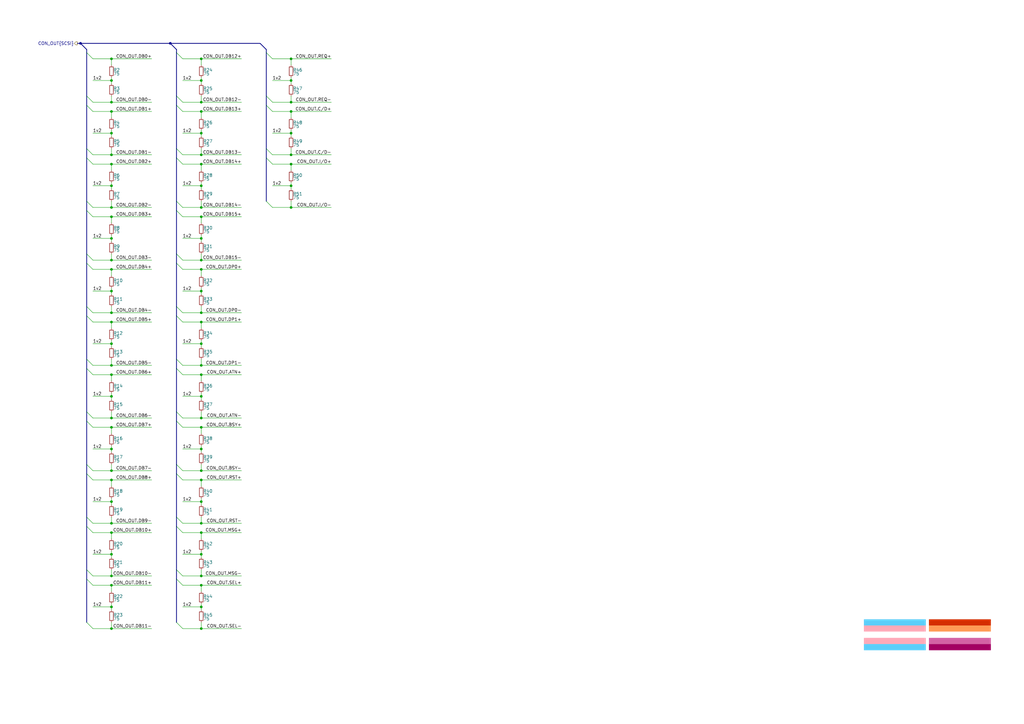
<source format=kicad_sch>
(kicad_sch (version 20231120) (generator "eeschema") (generator_version "8.0")
  (paper "A3")
  (title_block (date "2024-07-15") (rev "1") (company "Shrine Maiden Heavy Industries") (comment 1 "License:  CERN-OHL-S") (comment 2 "© 2024 Aki 'lethalbit' Van Ness, et. al.") (comment 4 "Squishy - SCSI Multitool"))
  (lib_symbols
    (symbol "Device:R_Small" (pin_numbers hide) (pin_names (offset 0.254) hide)
      (property "Reference" "R" (at 0.762 0.508 0))
      (property "Value" "R_Small" (at 0.762 -1.016 0))
      (symbol "R_Small_0_1"
        (rectangle (start -0.762 1.778) (end 0.762 -1.778) (stroke (width 0.2032)))
      )
      (symbol "R_Small_1_1"
        (pin passive line (at 0 2.54 270) (length 0.762) (name "~") (number "1"))
        (pin passive line (at 0 -2.54 90) (length 0.762) (name "~") (number "2"))
      )
    )
    (symbol "lethalbit-graphics:lesbian flag" (pin_numbers hide) (pin_names (offset 0) hide) (in_bom no) (on_board no)
      (symbol "lesbian flag_1_1"
        (rectangle (start -12.7 -3.81) (end 12.7 -6.35) (stroke (width -0.0001)) (fill (type color) (color 163 2 98 1)))
        (rectangle (start -12.7 -1.27) (end 12.7 -3.81) (stroke (width -0.0001)) (fill (type color) (color 211 98 164 1)))
        (rectangle (start -12.7 1.27) (end 12.7 -1.27) (stroke (width -0.0001)) (fill (type color) (color 255 255 255 1)))
        (rectangle (start -12.7 3.81) (end 12.7 1.27) (stroke (width -0.0001)) (fill (type color) (color 255 154 86 1)))
        (rectangle (start -12.7 6.35) (end 12.7 3.81) (stroke (width -0.0001)) (fill (type color) (color 213 45 0 1)))
      )
    )
    (symbol "lethalbit-graphics:trans flag" (pin_numbers hide) (pin_names (offset 0) hide) (in_bom no) (on_board no)
      (symbol "trans flag_1_1"
        (rectangle (start -12.7 -3.81) (end 12.7 -6.35) (stroke (width -0.0001)) (fill (type color) (color 91 206 250 1)))
        (rectangle (start -12.7 -1.27) (end 12.7 -3.81) (stroke (width -0.0001)) (fill (type color) (color 254 169 184 1)))
        (rectangle (start -12.7 1.27) (end 12.7 -1.27) (stroke (width -0.0001)) (fill (type color) (color 255 255 255 1)))
        (rectangle (start -12.7 3.81) (end 12.7 1.27) (stroke (width -0.0001)) (fill (type color) (color 254 169 184 1)))
        (rectangle (start -12.7 6.35) (end 12.7 3.81) (stroke (width -0.0001)) (fill (type color) (color 91 206 250 1)))
      )
    )
  )
  (junction (at 82.55 227.33))
  (junction (at 119.38 67.31))
  (junction (at 45.72 41.91))
  (junction (at 82.55 54.61))
  (junction (at 119.38 85.09))
  (junction (at 82.55 63.5))
  (junction (at 45.72 193.04))
  (junction (at 82.55 24.13))
  (junction (at 119.38 45.72))
  (junction (at 45.72 54.61))
  (junction (at 45.72 97.79))
  (junction (at 82.55 132.08))
  (junction (at 119.38 54.61))
  (junction (at 82.55 140.97))
  (junction (at 82.55 193.04))
  (junction (at 82.55 236.22))
  (junction (at 45.72 110.49))
  (junction (at 45.72 196.85))
  (junction (at 45.72 248.92))
  (junction (at 82.55 85.09))
  (junction (at 82.55 214.63))
  (junction (at 45.72 119.38))
  (junction (at 45.72 205.74))
  (junction (at 33.02 17.78))
  (junction (at 45.72 171.45))
  (junction (at 45.72 85.09))
  (junction (at 82.55 184.15))
  (junction (at 119.38 76.2))
  (junction (at 119.38 33.02))
  (junction (at 45.72 24.13))
  (junction (at 82.55 196.85))
  (junction (at 82.55 171.45))
  (junction (at 45.72 153.67))
  (junction (at 45.72 184.15))
  (junction (at 45.72 76.2))
  (junction (at 82.55 88.9))
  (junction (at 82.55 149.86))
  (junction (at 45.72 67.31))
  (junction (at 45.72 175.26))
  (junction (at 82.55 67.31))
  (junction (at 82.55 106.68))
  (junction (at 82.55 257.81))
  (junction (at 45.72 227.33))
  (junction (at 82.55 76.2))
  (junction (at 45.72 128.27))
  (junction (at 82.55 162.56))
  (junction (at 82.55 240.03))
  (junction (at 45.72 162.56))
  (junction (at 82.55 205.74))
  (junction (at 45.72 33.02))
  (junction (at 119.38 24.13))
  (junction (at 45.72 218.44))
  (junction (at 45.72 149.86))
  (junction (at 69.85 17.78))
  (junction (at 82.55 97.79))
  (junction (at 45.72 106.68))
  (junction (at 45.72 45.72))
  (junction (at 82.55 33.02))
  (junction (at 82.55 153.67))
  (junction (at 82.55 41.91))
  (junction (at 82.55 119.38))
  (junction (at 45.72 236.22))
  (junction (at 45.72 214.63))
  (junction (at 82.55 218.44))
  (junction (at 119.38 41.91))
  (junction (at 45.72 132.08))
  (junction (at 45.72 140.97))
  (junction (at 82.55 45.72))
  (junction (at 82.55 175.26))
  (junction (at 82.55 110.49))
  (junction (at 82.55 128.27))
  (junction (at 45.72 88.9))
  (junction (at 82.55 248.92))
  (junction (at 45.72 240.03))
  (junction (at 45.72 257.81))
  (junction (at 45.72 63.5))
  (junction (at 119.38 63.5))
  (bus_entry (at 72.39 60.96) (size 2.54 2.54))
  (bus_entry (at 72.39 21.59) (size 2.54 2.54))
  (bus_entry (at 72.39 194.31) (size 2.54 2.54))
  (bus_entry (at 72.39 215.9) (size 2.54 2.54))
  (bus_entry (at 35.56 43.18) (size 2.54 2.54))
  (bus_entry (at 35.56 255.27) (size 2.54 2.54))
  (bus_entry (at 35.56 64.77) (size 2.54 2.54))
  (bus_entry (at 35.56 60.96) (size 2.54 2.54))
  (bus_entry (at 72.39 237.49) (size 2.54 2.54))
  (bus_entry (at 72.39 129.54) (size 2.54 2.54))
  (bus_entry (at 109.22 43.18) (size 2.54 2.54))
  (bus_entry (at 72.39 39.37) (size 2.54 2.54))
  (bus_entry (at 109.22 21.59) (size 2.54 2.54))
  (bus_entry (at 72.39 151.13) (size 2.54 2.54))
  (bus_entry (at 35.56 104.14) (size 2.54 2.54))
  (bus_entry (at 72.39 255.27) (size 2.54 2.54))
  (bus_entry (at 72.39 82.55) (size 2.54 2.54))
  (bus_entry (at 35.56 39.37) (size 2.54 2.54))
  (bus_entry (at 72.39 172.72) (size 2.54 2.54))
  (bus_entry (at 35.56 215.9) (size 2.54 2.54))
  (bus_entry (at 35.56 168.91) (size 2.54 2.54))
  (bus_entry (at 35.56 233.68) (size 2.54 2.54))
  (bus_entry (at 109.22 64.77) (size 2.54 2.54))
  (bus_entry (at 72.39 212.09) (size 2.54 2.54))
  (bus_entry (at 109.22 82.55) (size 2.54 2.54))
  (bus_entry (at 35.56 151.13) (size 2.54 2.54))
  (bus_entry (at 35.56 212.09) (size 2.54 2.54))
  (bus_entry (at 35.56 147.32) (size 2.54 2.54))
  (bus_entry (at 35.56 107.95) (size 2.54 2.54))
  (bus_entry (at 35.56 190.5) (size 2.54 2.54))
  (bus_entry (at 109.22 39.37) (size 2.54 2.54))
  (bus_entry (at 35.56 172.72) (size 2.54 2.54))
  (bus_entry (at 35.56 194.31) (size 2.54 2.54))
  (bus_entry (at 72.39 190.5) (size 2.54 2.54))
  (bus_entry (at 35.56 86.36) (size 2.54 2.54))
  (bus_entry (at 35.56 129.54) (size 2.54 2.54))
  (bus_entry (at 72.39 104.14) (size 2.54 2.54))
  (bus_entry (at 35.56 21.59) (size 2.54 2.54))
  (bus_entry (at 72.39 107.95) (size 2.54 2.54))
  (bus_entry (at 72.39 168.91) (size 2.54 2.54))
  (bus_entry (at 35.56 82.55) (size 2.54 2.54))
  (bus_entry (at 72.39 64.77) (size 2.54 2.54))
  (bus_entry (at 35.56 237.49) (size 2.54 2.54))
  (bus_entry (at 72.39 43.18) (size 2.54 2.54))
  (bus_entry (at 35.56 125.73) (size 2.54 2.54))
  (bus_entry (at 72.39 147.32) (size 2.54 2.54))
  (bus_entry (at 72.39 86.36) (size 2.54 2.54))
  (bus_entry (at 72.39 233.68) (size 2.54 2.54))
  (bus_entry (at 72.39 125.73) (size 2.54 2.54))
  (bus_entry (at 109.22 60.96) (size 2.54 2.54))
  (bus (pts (xy 33.02 17.78) (xy 69.85 17.78)))
  (wire (pts (xy 74.93 88.9) (xy 82.55 88.9)))
  (wire (pts (xy 82.55 196.85) (xy 99.06 196.85)))
  (bus (pts (xy 35.56 168.91) (xy 35.56 172.72)))
  (wire (pts (xy 82.55 53.34) (xy 82.55 54.61)))
  (bus (pts (xy 35.56 172.72) (xy 35.56 190.5)))
  (wire (pts (xy 82.55 125.73) (xy 82.55 128.27)))
  (bus (pts (xy 35.56 151.13) (xy 35.56 168.91)))
  (wire (pts (xy 111.76 54.61) (xy 119.38 54.61)))
  (wire (pts (xy 82.55 24.13) (xy 99.06 24.13)))
  (bus (pts (xy 109.22 60.96) (xy 109.22 64.77)))
  (wire (pts (xy 82.55 54.61) (xy 82.55 55.88)))
  (wire (pts (xy 119.38 39.37) (xy 119.38 41.91)))
  (wire (pts (xy 45.72 227.33) (xy 45.72 228.6)))
  (wire (pts (xy 82.55 175.26) (xy 82.55 177.8)))
  (wire (pts (xy 45.72 54.61) (xy 45.72 55.88)))
  (bus (pts (xy 31.75 17.78) (xy 33.02 17.78)))
  (wire (pts (xy 111.76 33.02) (xy 119.38 33.02)))
  (wire (pts (xy 45.72 110.49) (xy 45.72 113.03)))
  (wire (pts (xy 74.93 110.49) (xy 82.55 110.49)))
  (wire (pts (xy 45.72 31.75) (xy 45.72 33.02)))
  (wire (pts (xy 82.55 39.37) (xy 82.55 41.91)))
  (wire (pts (xy 82.55 204.47) (xy 82.55 205.74)))
  (wire (pts (xy 74.93 236.22) (xy 82.55 236.22)))
  (wire (pts (xy 74.93 149.86) (xy 82.55 149.86)))
  (wire (pts (xy 45.72 226.06) (xy 45.72 227.33)))
  (wire (pts (xy 45.72 139.7) (xy 45.72 140.97)))
  (bus (pts (xy 35.56 147.32) (xy 35.56 151.13)))
  (wire (pts (xy 82.55 214.63) (xy 99.06 214.63)))
  (wire (pts (xy 74.93 196.85) (xy 82.55 196.85)))
  (wire (pts (xy 119.38 76.2) (xy 119.38 77.47)))
  (wire (pts (xy 82.55 33.02) (xy 82.55 34.29)))
  (wire (pts (xy 111.76 63.5) (xy 119.38 63.5)))
  (wire (pts (xy 45.72 236.22) (xy 62.23 236.22)))
  (wire (pts (xy 38.1 119.38) (xy 45.72 119.38)))
  (wire (pts (xy 45.72 63.5) (xy 62.23 63.5)))
  (wire (pts (xy 45.72 162.56) (xy 45.72 163.83)))
  (wire (pts (xy 45.72 67.31) (xy 45.72 69.85)))
  (wire (pts (xy 82.55 162.56) (xy 82.55 163.83)))
  (wire (pts (xy 82.55 96.52) (xy 82.55 97.79)))
  (wire (pts (xy 45.72 88.9) (xy 62.23 88.9)))
  (bus (pts (xy 35.56 86.36) (xy 35.56 104.14)))
  (wire (pts (xy 111.76 41.91) (xy 119.38 41.91)))
  (bus (pts (xy 33.02 17.78) (xy 35.56 20.32)))
  (wire (pts (xy 38.1 67.31) (xy 45.72 67.31)))
  (wire (pts (xy 45.72 74.93) (xy 45.72 76.2)))
  (wire (pts (xy 45.72 76.2) (xy 45.72 77.47)))
  (wire (pts (xy 74.93 140.97) (xy 82.55 140.97)))
  (bus (pts (xy 72.39 39.37) (xy 72.39 43.18)))
  (wire (pts (xy 45.72 233.68) (xy 45.72 236.22)))
  (wire (pts (xy 38.1 41.91) (xy 45.72 41.91)))
  (wire (pts (xy 45.72 110.49) (xy 62.23 110.49)))
  (wire (pts (xy 82.55 168.91) (xy 82.55 171.45)))
  (bus (pts (xy 72.39 194.31) (xy 72.39 212.09)))
  (wire (pts (xy 74.93 175.26) (xy 82.55 175.26)))
  (bus (pts (xy 35.56 212.09) (xy 35.56 215.9)))
  (wire (pts (xy 38.1 175.26) (xy 45.72 175.26)))
  (wire (pts (xy 45.72 153.67) (xy 62.23 153.67)))
  (wire (pts (xy 74.93 171.45) (xy 82.55 171.45)))
  (wire (pts (xy 82.55 132.08) (xy 82.55 134.62)))
  (bus (pts (xy 109.22 39.37) (xy 109.22 43.18)))
  (wire (pts (xy 82.55 118.11) (xy 82.55 119.38)))
  (wire (pts (xy 82.55 161.29) (xy 82.55 162.56)))
  (wire (pts (xy 119.38 54.61) (xy 119.38 55.88)))
  (wire (pts (xy 82.55 45.72) (xy 99.06 45.72)))
  (bus (pts (xy 109.22 21.59) (xy 109.22 39.37)))
  (wire (pts (xy 119.38 74.93) (xy 119.38 76.2)))
  (wire (pts (xy 45.72 24.13) (xy 45.72 26.67)))
  (wire (pts (xy 82.55 240.03) (xy 82.55 242.57)))
  (bus (pts (xy 72.39 21.59) (xy 72.39 39.37)))
  (wire (pts (xy 45.72 171.45) (xy 62.23 171.45)))
  (wire (pts (xy 45.72 248.92) (xy 45.72 250.19)))
  (wire (pts (xy 45.72 182.88) (xy 45.72 184.15)))
  (wire (pts (xy 45.72 184.15) (xy 45.72 185.42)))
  (wire (pts (xy 82.55 147.32) (xy 82.55 149.86)))
  (wire (pts (xy 82.55 240.03) (xy 99.06 240.03)))
  (bus (pts (xy 72.39 168.91) (xy 72.39 172.72)))
  (bus (pts (xy 72.39 60.96) (xy 72.39 64.77)))
  (wire (pts (xy 119.38 82.55) (xy 119.38 85.09)))
  (bus (pts (xy 109.22 20.32) (xy 106.68 17.78)))
  (wire (pts (xy 45.72 168.91) (xy 45.72 171.45)))
  (wire (pts (xy 111.76 76.2) (xy 119.38 76.2)))
  (wire (pts (xy 119.38 24.13) (xy 119.38 26.67)))
  (wire (pts (xy 119.38 67.31) (xy 135.89 67.31)))
  (wire (pts (xy 111.76 67.31) (xy 119.38 67.31)))
  (wire (pts (xy 38.1 54.61) (xy 45.72 54.61)))
  (wire (pts (xy 74.93 248.92) (xy 82.55 248.92)))
  (wire (pts (xy 45.72 85.09) (xy 62.23 85.09)))
  (bus (pts (xy 35.56 237.49) (xy 35.56 255.27)))
  (wire (pts (xy 82.55 227.33) (xy 82.55 228.6)))
  (bus (pts (xy 72.39 237.49) (xy 72.39 255.27)))
  (wire (pts (xy 74.93 24.13) (xy 82.55 24.13)))
  (wire (pts (xy 119.38 53.34) (xy 119.38 54.61)))
  (bus (pts (xy 35.56 104.14) (xy 35.56 107.95)))
  (bus (pts (xy 35.56 64.77) (xy 35.56 82.55)))
  (wire (pts (xy 45.72 190.5) (xy 45.72 193.04)))
  (bus (pts (xy 72.39 20.32) (xy 69.85 17.78)))
  (wire (pts (xy 82.55 110.49) (xy 99.06 110.49)))
  (wire (pts (xy 45.72 132.08) (xy 62.23 132.08)))
  (bus (pts (xy 72.39 215.9) (xy 72.39 233.68)))
  (wire (pts (xy 45.72 247.65) (xy 45.72 248.92)))
  (bus (pts (xy 69.85 17.78) (xy 106.68 17.78)))
  (wire (pts (xy 82.55 218.44) (xy 99.06 218.44)))
  (bus (pts (xy 72.39 151.13) (xy 72.39 168.91)))
  (wire (pts (xy 45.72 257.81) (xy 62.23 257.81)))
  (wire (pts (xy 82.55 88.9) (xy 99.06 88.9)))
  (wire (pts (xy 45.72 60.96) (xy 45.72 63.5)))
  (wire (pts (xy 119.38 45.72) (xy 135.89 45.72)))
  (wire (pts (xy 38.1 76.2) (xy 45.72 76.2)))
  (wire (pts (xy 38.1 106.68) (xy 45.72 106.68)))
  (wire (pts (xy 82.55 247.65) (xy 82.55 248.92)))
  (wire (pts (xy 38.1 88.9) (xy 45.72 88.9)))
  (wire (pts (xy 82.55 74.93) (xy 82.55 76.2)))
  (bus (pts (xy 35.56 194.31) (xy 35.56 212.09)))
  (bus (pts (xy 35.56 82.55) (xy 35.56 86.36)))
  (bus (pts (xy 72.39 64.77) (xy 72.39 82.55)))
  (bus (pts (xy 72.39 43.18) (xy 72.39 60.96)))
  (wire (pts (xy 38.1 140.97) (xy 45.72 140.97)))
  (bus (pts (xy 72.39 233.68) (xy 72.39 237.49)))
  (bus (pts (xy 35.56 43.18) (xy 35.56 60.96)))
  (wire (pts (xy 38.1 149.86) (xy 45.72 149.86)))
  (wire (pts (xy 38.1 248.92) (xy 45.72 248.92)))
  (wire (pts (xy 74.93 45.72) (xy 82.55 45.72)))
  (wire (pts (xy 74.93 106.68) (xy 82.55 106.68)))
  (bus (pts (xy 109.22 64.77) (xy 109.22 82.55)))
  (bus (pts (xy 35.56 60.96) (xy 35.56 64.77)))
  (wire (pts (xy 119.38 33.02) (xy 119.38 34.29)))
  (wire (pts (xy 119.38 24.13) (xy 135.89 24.13)))
  (wire (pts (xy 45.72 212.09) (xy 45.72 214.63)))
  (wire (pts (xy 82.55 196.85) (xy 82.55 199.39)))
  (wire (pts (xy 45.72 204.47) (xy 45.72 205.74)))
  (wire (pts (xy 45.72 218.44) (xy 45.72 220.98)))
  (wire (pts (xy 82.55 24.13) (xy 82.55 26.67)))
  (wire (pts (xy 45.72 214.63) (xy 62.23 214.63)))
  (wire (pts (xy 74.93 227.33) (xy 82.55 227.33)))
  (wire (pts (xy 74.93 97.79) (xy 82.55 97.79)))
  (bus (pts (xy 72.39 129.54) (xy 72.39 147.32)))
  (wire (pts (xy 74.93 33.02) (xy 82.55 33.02)))
  (wire (pts (xy 45.72 96.52) (xy 45.72 97.79)))
  (wire (pts (xy 74.93 63.5) (xy 82.55 63.5)))
  (wire (pts (xy 45.72 149.86) (xy 62.23 149.86)))
  (wire (pts (xy 82.55 106.68) (xy 99.06 106.68)))
  (bus (pts (xy 72.39 125.73) (xy 72.39 129.54)))
  (wire (pts (xy 119.38 60.96) (xy 119.38 63.5)))
  (wire (pts (xy 74.93 76.2) (xy 82.55 76.2)))
  (wire (pts (xy 74.93 218.44) (xy 82.55 218.44)))
  (wire (pts (xy 82.55 184.15) (xy 82.55 185.42)))
  (wire (pts (xy 82.55 67.31) (xy 99.06 67.31)))
  (wire (pts (xy 45.72 161.29) (xy 45.72 162.56)))
  (wire (pts (xy 45.72 53.34) (xy 45.72 54.61)))
  (wire (pts (xy 82.55 119.38) (xy 82.55 120.65)))
  (wire (pts (xy 45.72 118.11) (xy 45.72 119.38)))
  (wire (pts (xy 82.55 132.08) (xy 99.06 132.08)))
  (wire (pts (xy 38.1 184.15) (xy 45.72 184.15)))
  (wire (pts (xy 82.55 149.86) (xy 99.06 149.86)))
  (wire (pts (xy 45.72 33.02) (xy 45.72 34.29)))
  (wire (pts (xy 38.1 193.04) (xy 45.72 193.04)))
  (wire (pts (xy 74.93 67.31) (xy 82.55 67.31)))
  (wire (pts (xy 82.55 205.74) (xy 82.55 207.01)))
  (bus (pts (xy 35.56 20.32) (xy 35.56 21.59)))
  (wire (pts (xy 82.55 193.04) (xy 99.06 193.04)))
  (wire (pts (xy 82.55 153.67) (xy 99.06 153.67)))
  (wire (pts (xy 45.72 193.04) (xy 62.23 193.04)))
  (bus (pts (xy 109.22 43.18) (xy 109.22 60.96)))
  (wire (pts (xy 82.55 236.22) (xy 99.06 236.22)))
  (wire (pts (xy 38.1 240.03) (xy 45.72 240.03)))
  (wire (pts (xy 82.55 88.9) (xy 82.55 91.44)))
  (wire (pts (xy 82.55 45.72) (xy 82.55 48.26)))
  (wire (pts (xy 82.55 218.44) (xy 82.55 220.98)))
  (wire (pts (xy 82.55 63.5) (xy 99.06 63.5)))
  (wire (pts (xy 82.55 104.14) (xy 82.55 106.68)))
  (wire (pts (xy 45.72 45.72) (xy 62.23 45.72)))
  (bus (pts (xy 35.56 215.9) (xy 35.56 233.68)))
  (wire (pts (xy 38.1 214.63) (xy 45.72 214.63)))
  (bus (pts (xy 72.39 104.14) (xy 72.39 107.95)))
  (wire (pts (xy 82.55 153.67) (xy 82.55 156.21)))
  (wire (pts (xy 45.72 140.97) (xy 45.72 142.24)))
  (wire (pts (xy 82.55 233.68) (xy 82.55 236.22)))
  (bus (pts (xy 35.56 39.37) (xy 35.56 43.18)))
  (wire (pts (xy 74.93 54.61) (xy 82.55 54.61)))
  (wire (pts (xy 38.1 128.27) (xy 45.72 128.27)))
  (wire (pts (xy 45.72 128.27) (xy 62.23 128.27)))
  (bus (pts (xy 72.39 172.72) (xy 72.39 190.5)))
  (wire (pts (xy 45.72 255.27) (xy 45.72 257.81)))
  (bus (pts (xy 35.56 129.54) (xy 35.56 147.32)))
  (wire (pts (xy 74.93 205.74) (xy 82.55 205.74)))
  (wire (pts (xy 82.55 67.31) (xy 82.55 69.85)))
  (wire (pts (xy 38.1 45.72) (xy 45.72 45.72)))
  (wire (pts (xy 74.93 240.03) (xy 82.55 240.03)))
  (bus (pts (xy 35.56 107.95) (xy 35.56 125.73)))
  (bus (pts (xy 72.39 190.5) (xy 72.39 194.31)))
  (wire (pts (xy 45.72 175.26) (xy 62.23 175.26)))
  (wire (pts (xy 38.1 97.79) (xy 45.72 97.79)))
  (wire (pts (xy 119.38 31.75) (xy 119.38 33.02)))
  (wire (pts (xy 82.55 175.26) (xy 99.06 175.26)))
  (bus (pts (xy 35.56 125.73) (xy 35.56 129.54)))
  (wire (pts (xy 82.55 255.27) (xy 82.55 257.81)))
  (wire (pts (xy 45.72 88.9) (xy 45.72 91.44)))
  (wire (pts (xy 82.55 140.97) (xy 82.55 142.24)))
  (wire (pts (xy 45.72 125.73) (xy 45.72 128.27)))
  (wire (pts (xy 45.72 41.91) (xy 62.23 41.91)))
  (wire (pts (xy 45.72 119.38) (xy 45.72 120.65)))
  (wire (pts (xy 82.55 190.5) (xy 82.55 193.04)))
  (wire (pts (xy 82.55 82.55) (xy 82.55 85.09)))
  (wire (pts (xy 82.55 97.79) (xy 82.55 99.06)))
  (wire (pts (xy 82.55 41.91) (xy 99.06 41.91)))
  (wire (pts (xy 38.1 24.13) (xy 45.72 24.13)))
  (wire (pts (xy 45.72 82.55) (xy 45.72 85.09)))
  (bus (pts (xy 72.39 82.55) (xy 72.39 86.36)))
  (wire (pts (xy 82.55 60.96) (xy 82.55 63.5)))
  (wire (pts (xy 82.55 110.49) (xy 82.55 113.03)))
  (wire (pts (xy 38.1 205.74) (xy 45.72 205.74)))
  (wire (pts (xy 119.38 41.91) (xy 135.89 41.91)))
  (wire (pts (xy 38.1 236.22) (xy 45.72 236.22)))
  (wire (pts (xy 74.93 214.63) (xy 82.55 214.63)))
  (wire (pts (xy 82.55 257.81) (xy 99.06 257.81)))
  (wire (pts (xy 38.1 110.49) (xy 45.72 110.49)))
  (wire (pts (xy 45.72 132.08) (xy 45.72 134.62)))
  (wire (pts (xy 45.72 196.85) (xy 62.23 196.85)))
  (wire (pts (xy 82.55 182.88) (xy 82.55 184.15)))
  (wire (pts (xy 82.55 248.92) (xy 82.55 250.19)))
  (wire (pts (xy 82.55 226.06) (xy 82.55 227.33)))
  (wire (pts (xy 74.93 128.27) (xy 82.55 128.27)))
  (wire (pts (xy 82.55 212.09) (xy 82.55 214.63)))
  (bus (pts (xy 35.56 233.68) (xy 35.56 237.49)))
  (wire (pts (xy 45.72 205.74) (xy 45.72 207.01)))
  (wire (pts (xy 119.38 45.72) (xy 119.38 48.26)))
  (wire (pts (xy 82.55 128.27) (xy 99.06 128.27)))
  (bus (pts (xy 72.39 212.09) (xy 72.39 215.9)))
  (wire (pts (xy 82.55 139.7) (xy 82.55 140.97)))
  (wire (pts (xy 74.93 193.04) (xy 82.55 193.04)))
  (wire (pts (xy 82.55 31.75) (xy 82.55 33.02)))
  (wire (pts (xy 119.38 67.31) (xy 119.38 69.85)))
  (wire (pts (xy 38.1 196.85) (xy 45.72 196.85)))
  (wire (pts (xy 74.93 153.67) (xy 82.55 153.67)))
  (wire (pts (xy 111.76 45.72) (xy 119.38 45.72)))
  (wire (pts (xy 119.38 63.5) (xy 135.89 63.5)))
  (wire (pts (xy 82.55 85.09) (xy 99.06 85.09)))
  (wire (pts (xy 45.72 218.44) (xy 62.23 218.44)))
  (wire (pts (xy 45.72 196.85) (xy 45.72 199.39)))
  (wire (pts (xy 45.72 175.26) (xy 45.72 177.8)))
  (bus (pts (xy 72.39 107.95) (xy 72.39 125.73)))
  (bus (pts (xy 72.39 20.32) (xy 72.39 21.59)))
  (wire (pts (xy 45.72 240.03) (xy 62.23 240.03)))
  (wire (pts (xy 74.93 119.38) (xy 82.55 119.38)))
  (bus (pts (xy 109.22 20.32) (xy 109.22 21.59)))
  (wire (pts (xy 45.72 97.79) (xy 45.72 99.06)))
  (wire (pts (xy 74.93 162.56) (xy 82.55 162.56)))
  (wire (pts (xy 74.93 184.15) (xy 82.55 184.15)))
  (wire (pts (xy 38.1 63.5) (xy 45.72 63.5)))
  (wire (pts (xy 38.1 85.09) (xy 45.72 85.09)))
  (wire (pts (xy 45.72 39.37) (xy 45.72 41.91)))
  (wire (pts (xy 38.1 218.44) (xy 45.72 218.44)))
  (bus (pts (xy 35.56 21.59) (xy 35.56 39.37)))
  (bus (pts (xy 72.39 147.32) (xy 72.39 151.13)))
  (wire (pts (xy 74.93 85.09) (xy 82.55 85.09)))
  (wire (pts (xy 45.72 240.03) (xy 45.72 242.57)))
  (wire (pts (xy 38.1 171.45) (xy 45.72 171.45)))
  (wire (pts (xy 45.72 106.68) (xy 62.23 106.68)))
  (wire (pts (xy 82.55 76.2) (xy 82.55 77.47)))
  (wire (pts (xy 82.55 171.45) (xy 99.06 171.45)))
  (bus (pts (xy 35.56 190.5) (xy 35.56 194.31)))
  (wire (pts (xy 45.72 45.72) (xy 45.72 48.26)))
  (wire (pts (xy 45.72 104.14) (xy 45.72 106.68)))
  (wire (pts (xy 111.76 24.13) (xy 119.38 24.13)))
  (wire (pts (xy 38.1 33.02) (xy 45.72 33.02)))
  (wire (pts (xy 38.1 153.67) (xy 45.72 153.67)))
  (wire (pts (xy 38.1 227.33) (xy 45.72 227.33)))
  (wire (pts (xy 74.93 41.91) (xy 82.55 41.91)))
  (wire (pts (xy 38.1 162.56) (xy 45.72 162.56)))
  (wire (pts (xy 45.72 24.13) (xy 62.23 24.13)))
  (bus (pts (xy 72.39 86.36) (xy 72.39 104.14)))
  (wire (pts (xy 38.1 132.08) (xy 45.72 132.08)))
  (wire (pts (xy 74.93 257.81) (xy 82.55 257.81)))
  (wire (pts (xy 119.38 85.09) (xy 135.89 85.09)))
  (wire (pts (xy 45.72 67.31) (xy 62.23 67.31)))
  (wire (pts (xy 45.72 147.32) (xy 45.72 149.86)))
  (wire (pts (xy 74.93 132.08) (xy 82.55 132.08)))
  (wire (pts (xy 111.76 85.09) (xy 119.38 85.09)))
  (wire (pts (xy 38.1 257.81) (xy 45.72 257.81)))
  (wire (pts (xy 45.72 153.67) (xy 45.72 156.21)))
  (label "CON_OUT.DB12-" (at 99.06 41.91 180))
  (label "CON_OUT.DB1+" (at 62.23 45.72 180))
  (label "CON_OUT.I{slash}O+" (at 135.89 67.31 180))
  (label "CON_OUT.DB8+" (at 62.23 196.85 180))
  (label "1v2" (at 38.1 119.38 0))
  (label "1v2" (at 38.1 184.15 0))
  (label "CON_OUT.DB4-" (at 62.23 128.27 180))
  (label "1v2" (at 74.93 184.15 0))
  (label "CON_OUT.DP0+" (at 99.06 110.49 180))
  (label "1v2" (at 74.93 119.38 0))
  (label "1v2" (at 38.1 97.79 0))
  (label "CON_OUT.DB11-" (at 62.23 257.81 180))
  (label "CON_OUT.DB3-" (at 62.23 106.68 180))
  (label "1v2" (at 38.1 205.74 0))
  (label "1v2" (at 74.93 248.92 0))
  (label "CON_OUT.DB1-" (at 62.23 63.5 180))
  (label "1v2" (at 38.1 248.92 0))
  (label "1v2" (at 38.1 227.33 0))
  (label "1v2" (at 38.1 33.02 0))
  (label "CON_OUT.RST-" (at 99.06 214.63 180))
  (label "CON_OUT.DB13-" (at 99.06 63.5 180))
  (label "CON_OUT.DB4+" (at 62.23 110.49 180))
  (label "1v2" (at 38.1 162.56 0))
  (label "CON_OUT.DB6+" (at 62.23 153.67 180))
  (label "CON_OUT.DB0-" (at 62.23 41.91 180))
  (label "1v2" (at 111.76 33.02 0))
  (label "CON_OUT.DB15+" (at 99.06 88.9 180))
  (label "CON_OUT.DP1+" (at 99.06 132.08 180))
  (label "1v2" (at 38.1 76.2 0))
  (label "CON_OUT.RST+" (at 99.06 196.85 180))
  (label "1v2" (at 111.76 54.61 0))
  (label "CON_OUT.MSG+" (at 99.06 218.44 180))
  (label "CON_OUT.DB2+" (at 62.23 67.31 180))
  (label "1v2" (at 74.93 54.61 0))
  (label "CON_OUT.ATN+" (at 99.06 153.67 180))
  (label "1v2" (at 74.93 205.74 0))
  (label "CON_OUT.DB10+" (at 62.23 218.44 180))
  (label "1v2" (at 38.1 54.61 0))
  (label "CON_OUT.DB10-" (at 62.23 236.22 180))
  (label "CON_OUT.C{slash}D+" (at 135.89 45.72 180))
  (label "CON_OUT.DB7+" (at 62.23 175.26 180))
  (label "CON_OUT.DB2-" (at 62.23 85.09 180))
  (label "CON_OUT.DB5+" (at 62.23 132.08 180))
  (label "CON_OUT.BSY-" (at 99.06 193.04 180))
  (label "CON_OUT.REQ-" (at 135.89 41.91 180))
  (label "1v2" (at 74.93 140.97 0))
  (label "CON_OUT.DB11+" (at 62.23 240.03 180))
  (label "CON_OUT.SEL+" (at 99.06 240.03 180))
  (label "1v2" (at 111.76 76.2 0))
  (label "CON_OUT.DB7-" (at 62.23 193.04 180))
  (label "CON_OUT.DB13+" (at 99.06 45.72 180))
  (label "CON_OUT.REQ+" (at 135.89 24.13 180))
  (label "CON_OUT.SEL-" (at 99.06 257.81 180))
  (label "CON_OUT.DB14+" (at 99.06 67.31 180))
  (label "CON_OUT.DB14-" (at 99.06 85.09 180))
  (label "CON_OUT.DB9-" (at 62.23 214.63 180))
  (label "CON_OUT.DP0-" (at 99.06 128.27 180))
  (label "CON_OUT.C{slash}D-" (at 135.89 63.5 180))
  (label "CON_OUT.DB12+" (at 99.06 24.13 180))
  (label "CON_OUT.ATN-" (at 99.06 171.45 180))
  (label "CON_OUT.MSG-" (at 99.06 236.22 180))
  (label "CON_OUT.DB0+" (at 62.23 24.13 180))
  (label "1v2" (at 74.93 33.02 0))
  (label "CON_OUT.DB3+" (at 62.23 88.9 180))
  (label "1v2" (at 74.93 162.56 0))
  (label "1v2" (at 74.93 227.33 0))
  (label "1v2" (at 74.93 76.2 0))
  (label "CON_OUT.DB6-" (at 62.23 171.45 180))
  (label "CON_OUT.DB15-" (at 99.06 106.68 180))
  (label "1v2" (at 74.93 97.79 0))
  (label "CON_OUT.I{slash}O-" (at 135.89 85.09 180))
  (label "CON_OUT.DB5-" (at 62.23 149.86 180))
  (label "CON_OUT.DP1-" (at 99.06 149.86 180))
  (label "CON_OUT.BSY+" (at 99.06 175.26 180))
  (label "1v2" (at 38.1 140.97 0))
  (hierarchical_label "CON_OUT{SCSI}" (shape output) (at 31.75 17.78 180))
  (symbol (lib_id "Device:R_Small") (at 82.55 180.34 0) (unit 1)
    (property "Reference" "R38" (at 83.312 179.832 0) (effects (justify left)))
    (property "Value" "75" (at 83.312 181.356 0) (effects (justify left)))
    (property "Footprint" "rhais_rcl:R0402" (effects (hide yes)))
    (property "Description" "Resistor, small symbol" (effects (hide yes)))
  )
  (symbol (lib_id "Device:R_Small") (at 45.72 209.55 0) (unit 1)
    (property "Reference" "R19" (at 46.482 209.042 0) (effects (justify left)))
    (property "Value" "75" (at 46.482 210.566 0) (effects (justify left)))
    (property "Footprint" "rhais_rcl:R0402" (effects (hide yes)))
    (property "Description" "Resistor, small symbol" (effects (hide yes)))
  )
  (symbol (lib_id "Device:R_Small") (at 45.72 115.57 0) (unit 1)
    (property "Reference" "R10" (at 46.482 115.062 0) (effects (justify left)))
    (property "Value" "75" (at 46.482 116.586 0) (effects (justify left)))
    (property "Footprint" "rhais_rcl:R0402" (effects (hide yes)))
    (property "Description" "Resistor, small symbol" (effects (hide yes)))
  )
  (symbol (lib_id "Device:R_Small") (at 45.72 58.42 0) (unit 1)
    (property "Reference" "R5" (at 46.482 57.912 0) (effects (justify left)))
    (property "Value" "75" (at 46.482 59.436 0) (effects (justify left)))
    (property "Footprint" "rhais_rcl:R0402" (effects (hide yes)))
    (property "Description" "Resistor, small symbol" (effects (hide yes)))
  )
  (symbol (lib_id "Device:R_Small") (at 82.55 50.8 0) (unit 1)
    (property "Reference" "R26" (at 83.312 50.292 0) (effects (justify left)))
    (property "Value" "75" (at 83.312 51.816 0) (effects (justify left)))
    (property "Footprint" "rhais_rcl:R0402" (effects (hide yes)))
    (property "Description" "Resistor, small symbol" (effects (hide yes)))
  )
  (symbol (lib_id "Device:R_Small") (at 45.72 72.39 0) (unit 1)
    (property "Reference" "R6" (at 46.482 71.882 0) (effects (justify left)))
    (property "Value" "75" (at 46.482 73.406 0) (effects (justify left)))
    (property "Footprint" "rhais_rcl:R0402" (effects (hide yes)))
    (property "Description" "Resistor, small symbol" (effects (hide yes)))
  )
  (symbol (lib_id "Device:R_Small") (at 82.55 166.37 0) (unit 1)
    (property "Reference" "R37" (at 83.312 165.862 0) (effects (justify left)))
    (property "Value" "75" (at 83.312 167.386 0) (effects (justify left)))
    (property "Footprint" "rhais_rcl:R0402" (effects (hide yes)))
    (property "Description" "Resistor, small symbol" (effects (hide yes)))
  )
  (symbol (lib_id "Device:R_Small") (at 45.72 231.14 0) (unit 1)
    (property "Reference" "R21" (at 46.482 230.632 0) (effects (justify left)))
    (property "Value" "75" (at 46.482 232.156 0) (effects (justify left)))
    (property "Footprint" "rhais_rcl:R0402" (effects (hide yes)))
    (property "Description" "Resistor, small symbol" (effects (hide yes)))
  )
  (symbol (lib_id "Device:R_Small") (at 82.55 123.19 0) (unit 1)
    (property "Reference" "R33" (at 83.312 122.682 0) (effects (justify left)))
    (property "Value" "75" (at 83.312 124.206 0) (effects (justify left)))
    (property "Footprint" "rhais_rcl:R0402" (effects (hide yes)))
    (property "Description" "Resistor, small symbol" (effects (hide yes)))
  )
  (symbol (lib_id "Device:R_Small") (at 45.72 93.98 0) (unit 1)
    (property "Reference" "R8" (at 46.482 93.472 0) (effects (justify left)))
    (property "Value" "75" (at 46.482 94.996 0) (effects (justify left)))
    (property "Footprint" "rhais_rcl:R0402" (effects (hide yes)))
    (property "Description" "Resistor, small symbol" (effects (hide yes)))
  )
  (symbol (lib_id "Device:R_Small") (at 45.72 158.75 0) (unit 1)
    (property "Reference" "R14" (at 46.482 158.242 0) (effects (justify left)))
    (property "Value" "75" (at 46.482 159.766 0) (effects (justify left)))
    (property "Footprint" "rhais_rcl:R0402" (effects (hide yes)))
    (property "Description" "Resistor, small symbol" (effects (hide yes)))
  )
  (symbol (lib_id "Device:R_Small") (at 45.72 187.96 0) (unit 1)
    (property "Reference" "R17" (at 46.482 187.452 0) (effects (justify left)))
    (property "Value" "75" (at 46.482 188.976 0) (effects (justify left)))
    (property "Footprint" "rhais_rcl:R0402" (effects (hide yes)))
    (property "Description" "Resistor, small symbol" (effects (hide yes)))
  )
  (symbol (lib_id "Device:R_Small") (at 45.72 144.78 0) (unit 1)
    (property "Reference" "R13" (at 46.482 144.272 0) (effects (justify left)))
    (property "Value" "75" (at 46.482 145.796 0) (effects (justify left)))
    (property "Footprint" "rhais_rcl:R0402" (effects (hide yes)))
    (property "Description" "Resistor, small symbol" (effects (hide yes)))
  )
  (symbol (lib_id "Device:R_Small") (at 119.38 80.01 0) (unit 1)
    (property "Reference" "R51" (at 120.142 79.502 0) (effects (justify left)))
    (property "Value" "75" (at 120.142 81.026 0) (effects (justify left)))
    (property "Footprint" "rhais_rcl:R0402" (effects (hide yes)))
    (property "Description" "Resistor, small symbol" (effects (hide yes)))
  )
  (symbol (lib_id "Device:R_Small") (at 82.55 209.55 0) (unit 1)
    (property "Reference" "R41" (at 83.312 209.042 0) (effects (justify left)))
    (property "Value" "75" (at 83.312 210.566 0) (effects (justify left)))
    (property "Footprint" "rhais_rcl:R0402" (effects (hide yes)))
    (property "Description" "Resistor, small symbol" (effects (hide yes)))
  )
  (symbol (lib_id "Device:R_Small") (at 119.38 72.39 0) (unit 1)
    (property "Reference" "R50" (at 120.142 71.882 0) (effects (justify left)))
    (property "Value" "75" (at 120.142 73.406 0) (effects (justify left)))
    (property "Footprint" "rhais_rcl:R0402" (effects (hide yes)))
    (property "Description" "Resistor, small symbol" (effects (hide yes)))
  )
  (symbol (lib_id "Device:R_Small") (at 82.55 187.96 0) (unit 1)
    (property "Reference" "R39" (at 83.312 187.452 0) (effects (justify left)))
    (property "Value" "75" (at 83.312 188.976 0) (effects (justify left)))
    (property "Footprint" "rhais_rcl:R0402" (effects (hide yes)))
    (property "Description" "Resistor, small symbol" (effects (hide yes)))
  )
  (symbol (lib_id "Device:R_Small") (at 119.38 50.8 0) (unit 1)
    (property "Reference" "R48" (at 120.142 50.292 0) (effects (justify left)))
    (property "Value" "75" (at 120.142 51.816 0) (effects (justify left)))
    (property "Footprint" "rhais_rcl:R0402" (effects (hide yes)))
    (property "Description" "Resistor, small symbol" (effects (hide yes)))
  )
  (symbol (lib_id "Device:R_Small") (at 82.55 58.42 0) (unit 1)
    (property "Reference" "R27" (at 83.312 57.912 0) (effects (justify left)))
    (property "Value" "75" (at 83.312 59.436 0) (effects (justify left)))
    (property "Footprint" "rhais_rcl:R0402" (effects (hide yes)))
    (property "Description" "Resistor, small symbol" (effects (hide yes)))
  )
  (symbol (lib_id "Device:R_Small") (at 82.55 101.6 0) (unit 1)
    (property "Reference" "R31" (at 83.312 101.092 0) (effects (justify left)))
    (property "Value" "75" (at 83.312 102.616 0) (effects (justify left)))
    (property "Footprint" "rhais_rcl:R0402" (effects (hide yes)))
    (property "Description" "Resistor, small symbol" (effects (hide yes)))
  )
  (symbol (lib_id "Device:R_Small") (at 119.38 29.21 0) (unit 1)
    (property "Reference" "R46" (at 120.142 28.702 0) (effects (justify left)))
    (property "Value" "75" (at 120.142 30.226 0) (effects (justify left)))
    (property "Footprint" "rhais_rcl:R0402" (effects (hide yes)))
    (property "Description" "Resistor, small symbol" (effects (hide yes)))
  )
  (symbol (lib_id "Device:R_Small") (at 45.72 80.01 0) (unit 1)
    (property "Reference" "R7" (at 46.482 79.502 0) (effects (justify left)))
    (property "Value" "75" (at 46.482 81.026 0) (effects (justify left)))
    (property "Footprint" "rhais_rcl:R0402" (effects (hide yes)))
    (property "Description" "Resistor, small symbol" (effects (hide yes)))
  )
  (symbol (lib_id "Device:R_Small") (at 45.72 223.52 0) (unit 1)
    (property "Reference" "R20" (at 46.482 223.012 0) (effects (justify left)))
    (property "Value" "75" (at 46.482 224.536 0) (effects (justify left)))
    (property "Footprint" "rhais_rcl:R0402" (effects (hide yes)))
    (property "Description" "Resistor, small symbol" (effects (hide yes)))
  )
  (symbol (lib_id "Device:R_Small") (at 45.72 252.73 0) (unit 1)
    (property "Reference" "R23" (at 46.482 252.222 0) (effects (justify left)))
    (property "Value" "75" (at 46.482 253.746 0) (effects (justify left)))
    (property "Footprint" "rhais_rcl:R0402" (effects (hide yes)))
    (property "Description" "Resistor, small symbol" (effects (hide yes)))
  )
  (symbol (lib_id "Device:R_Small") (at 82.55 36.83 0) (unit 1)
    (property "Reference" "R25" (at 83.312 36.322 0) (effects (justify left)))
    (property "Value" "75" (at 83.312 37.846 0) (effects (justify left)))
    (property "Footprint" "rhais_rcl:R0402" (effects (hide yes)))
    (property "Description" "Resistor, small symbol" (effects (hide yes)))
  )
  (symbol (lib_id "Device:R_Small") (at 82.55 231.14 0) (unit 1)
    (property "Reference" "R43" (at 83.312 230.632 0) (effects (justify left)))
    (property "Value" "75" (at 83.312 232.156 0) (effects (justify left)))
    (property "Footprint" "rhais_rcl:R0402" (effects (hide yes)))
    (property "Description" "Resistor, small symbol" (effects (hide yes)))
  )
  (symbol (lib_id "Device:R_Small") (at 82.55 223.52 0) (unit 1)
    (property "Reference" "R42" (at 83.312 223.012 0) (effects (justify left)))
    (property "Value" "75" (at 83.312 224.536 0) (effects (justify left)))
    (property "Footprint" "rhais_rcl:R0402" (effects (hide yes)))
    (property "Description" "Resistor, small symbol" (effects (hide yes)))
  )
  (symbol (lib_id "Device:R_Small") (at 82.55 245.11 0) (unit 1)
    (property "Reference" "R44" (at 83.312 244.602 0) (effects (justify left)))
    (property "Value" "75" (at 83.312 246.126 0) (effects (justify left)))
    (property "Footprint" "rhais_rcl:R0402" (effects (hide yes)))
    (property "Description" "Resistor, small symbol" (effects (hide yes)))
  )
  (symbol (lib_id "lethalbit-graphics:trans flag") (at 367.03 260.35 0) (unit 1) (in_bom no) (on_board no)
    (property "Reference" "G5" (effects (hide yes)))
    (property "Value" "Pride Flag" (effects (hide yes)))
    (property "MFR" "Trans" (effects (hide yes)))
  )
  (symbol (lib_id "Device:R_Small") (at 45.72 245.11 0) (unit 1)
    (property "Reference" "R22" (at 46.482 244.602 0) (effects (justify left)))
    (property "Value" "75" (at 46.482 246.126 0) (effects (justify left)))
    (property "Footprint" "rhais_rcl:R0402" (effects (hide yes)))
    (property "Description" "Resistor, small symbol" (effects (hide yes)))
  )
  (symbol (lib_id "Device:R_Small") (at 82.55 93.98 0) (unit 1)
    (property "Reference" "R30" (at 83.312 93.472 0) (effects (justify left)))
    (property "Value" "75" (at 83.312 94.996 0) (effects (justify left)))
    (property "Footprint" "rhais_rcl:R0402" (effects (hide yes)))
    (property "Description" "Resistor, small symbol" (effects (hide yes)))
  )
  (symbol (lib_id "Device:R_Small") (at 45.72 36.83 0) (unit 1)
    (property "Reference" "R3" (at 46.482 36.322 0) (effects (justify left)))
    (property "Value" "75" (at 46.482 37.846 0) (effects (justify left)))
    (property "Footprint" "rhais_rcl:R0402" (effects (hide yes)))
    (property "Description" "Resistor, small symbol" (effects (hide yes)))
  )
  (symbol (lib_id "Device:R_Small") (at 119.38 58.42 0) (unit 1)
    (property "Reference" "R49" (at 120.142 57.912 0) (effects (justify left)))
    (property "Value" "75" (at 120.142 59.436 0) (effects (justify left)))
    (property "Footprint" "rhais_rcl:R0402" (effects (hide yes)))
    (property "Description" "Resistor, small symbol" (effects (hide yes)))
  )
  (symbol (lib_id "Device:R_Small") (at 119.38 36.83 0) (unit 1)
    (property "Reference" "R47" (at 120.142 36.322 0) (effects (justify left)))
    (property "Value" "75" (at 120.142 37.846 0) (effects (justify left)))
    (property "Footprint" "rhais_rcl:R0402" (effects (hide yes)))
    (property "Description" "Resistor, small symbol" (effects (hide yes)))
  )
  (symbol (lib_id "Device:R_Small") (at 45.72 166.37 0) (unit 1)
    (property "Reference" "R15" (at 46.482 165.862 0) (effects (justify left)))
    (property "Value" "75" (at 46.482 167.386 0) (effects (justify left)))
    (property "Footprint" "rhais_rcl:R0402" (effects (hide yes)))
    (property "Description" "Resistor, small symbol" (effects (hide yes)))
  )
  (symbol (lib_id "Device:R_Small") (at 82.55 158.75 0) (unit 1)
    (property "Reference" "R36" (at 83.312 158.242 0) (effects (justify left)))
    (property "Value" "75" (at 83.312 159.766 0) (effects (justify left)))
    (property "Footprint" "rhais_rcl:R0402" (effects (hide yes)))
    (property "Description" "Resistor, small symbol" (effects (hide yes)))
  )
  (symbol (lib_id "Device:R_Small") (at 45.72 101.6 0) (unit 1)
    (property "Reference" "R9" (at 46.482 101.092 0) (effects (justify left)))
    (property "Value" "75" (at 46.482 102.616 0) (effects (justify left)))
    (property "Footprint" "rhais_rcl:R0402" (effects (hide yes)))
    (property "Description" "Resistor, small symbol" (effects (hide yes)))
  )
  (symbol (lib_id "Device:R_Small") (at 82.55 137.16 0) (unit 1)
    (property "Reference" "R34" (at 83.312 136.652 0) (effects (justify left)))
    (property "Value" "75" (at 83.312 138.176 0) (effects (justify left)))
    (property "Footprint" "rhais_rcl:R0402" (effects (hide yes)))
    (property "Description" "Resistor, small symbol" (effects (hide yes)))
  )
  (symbol (lib_id "lethalbit-graphics:lesbian flag") (at 393.7 260.35 0) (unit 1) (in_bom no) (on_board no)
    (property "Reference" "G6" (effects (hide yes)))
    (property "Value" "Pride Flag" (effects (hide yes)))
    (property "MFR" "Lesbian" (effects (hide yes)))
  )
  (symbol (lib_id "Device:R_Small") (at 45.72 29.21 0) (unit 1)
    (property "Reference" "R2" (at 46.482 28.702 0) (effects (justify left)))
    (property "Value" "75" (at 46.482 30.226 0) (effects (justify left)))
    (property "Footprint" "rhais_rcl:R0402" (effects (hide yes)))
    (property "Description" "Resistor, small symbol" (effects (hide yes)))
  )
  (symbol (lib_id "Device:R_Small") (at 82.55 72.39 0) (unit 1)
    (property "Reference" "R28" (at 83.312 71.882 0) (effects (justify left)))
    (property "Value" "75" (at 83.312 73.406 0) (effects (justify left)))
    (property "Footprint" "rhais_rcl:R0402" (effects (hide yes)))
    (property "Description" "Resistor, small symbol" (effects (hide yes)))
  )
  (symbol (lib_id "Device:R_Small") (at 45.72 123.19 0) (unit 1)
    (property "Reference" "R11" (at 46.482 122.682 0) (effects (justify left)))
    (property "Value" "75" (at 46.482 124.206 0) (effects (justify left)))
    (property "Footprint" "rhais_rcl:R0402" (effects (hide yes)))
    (property "Description" "Resistor, small symbol" (effects (hide yes)))
  )
  (symbol (lib_id "Device:R_Small") (at 82.55 29.21 0) (unit 1)
    (property "Reference" "R24" (at 83.312 28.702 0) (effects (justify left)))
    (property "Value" "75" (at 83.312 30.226 0) (effects (justify left)))
    (property "Footprint" "rhais_rcl:R0402" (effects (hide yes)))
    (property "Description" "Resistor, small symbol" (effects (hide yes)))
  )
  (symbol (lib_id "Device:R_Small") (at 45.72 50.8 0) (unit 1)
    (property "Reference" "R4" (at 46.482 50.292 0) (effects (justify left)))
    (property "Value" "75" (at 46.482 51.816 0) (effects (justify left)))
    (property "Footprint" "rhais_rcl:R0402" (effects (hide yes)))
    (property "Description" "Resistor, small symbol" (effects (hide yes)))
  )
  (symbol (lib_id "Device:R_Small") (at 82.55 80.01 0) (unit 1)
    (property "Reference" "R29" (at 83.312 79.502 0) (effects (justify left)))
    (property "Value" "75" (at 83.312 81.026 0) (effects (justify left)))
    (property "Footprint" "rhais_rcl:R0402" (effects (hide yes)))
    (property "Description" "Resistor, small symbol" (effects (hide yes)))
  )
  (symbol (lib_id "Device:R_Small") (at 82.55 201.93 0) (unit 1)
    (property "Reference" "R40" (at 83.312 201.422 0) (effects (justify left)))
    (property "Value" "75" (at 83.312 202.946 0) (effects (justify left)))
    (property "Footprint" "rhais_rcl:R0402" (effects (hide yes)))
    (property "Description" "Resistor, small symbol" (effects (hide yes)))
  )
  (symbol (lib_id "Device:R_Small") (at 45.72 180.34 0) (unit 1)
    (property "Reference" "R16" (at 46.482 179.832 0) (effects (justify left)))
    (property "Value" "75" (at 46.482 181.356 0) (effects (justify left)))
    (property "Footprint" "rhais_rcl:R0402" (effects (hide yes)))
    (property "Description" "Resistor, small symbol" (effects (hide yes)))
  )
  (symbol (lib_id "Device:R_Small") (at 45.72 201.93 0) (unit 1)
    (property "Reference" "R18" (at 46.482 201.422 0) (effects (justify left)))
    (property "Value" "75" (at 46.482 202.946 0) (effects (justify left)))
    (property "Footprint" "rhais_rcl:R0402" (effects (hide yes)))
    (property "Description" "Resistor, small symbol" (effects (hide yes)))
  )
  (symbol (lib_id "Device:R_Small") (at 82.55 144.78 0) (unit 1)
    (property "Reference" "R35" (at 83.312 144.272 0) (effects (justify left)))
    (property "Value" "75" (at 83.312 145.796 0) (effects (justify left)))
    (property "Footprint" "rhais_rcl:R0402" (effects (hide yes)))
    (property "Description" "Resistor, small symbol" (effects (hide yes)))
  )
  (symbol (lib_id "Device:R_Small") (at 45.72 137.16 0) (unit 1)
    (property "Reference" "R12" (at 46.482 136.652 0) (effects (justify left)))
    (property "Value" "75" (at 46.482 138.176 0) (effects (justify left)))
    (property "Footprint" "rhais_rcl:R0402" (effects (hide yes)))
    (property "Description" "Resistor, small symbol" (effects (hide yes)))
  )
  (symbol (lib_id "Device:R_Small") (at 82.55 252.73 0) (unit 1)
    (property "Reference" "R45" (at 83.312 252.222 0) (effects (justify left)))
    (property "Value" "75" (at 83.312 253.746 0) (effects (justify left)))
    (property "Footprint" "rhais_rcl:R0402" (effects (hide yes)))
    (property "Description" "Resistor, small symbol" (effects (hide yes)))
  )
  (symbol (lib_id "Device:R_Small") (at 82.55 115.57 0) (unit 1)
    (property "Reference" "R32" (at 83.312 115.062 0) (effects (justify left)))
    (property "Value" "75" (at 83.312 116.586 0) (effects (justify left)))
    (property "Footprint" "rhais_rcl:R0402" (effects (hide yes)))
    (property "Description" "Resistor, small symbol" (effects (hide yes)))
  )
)
</source>
